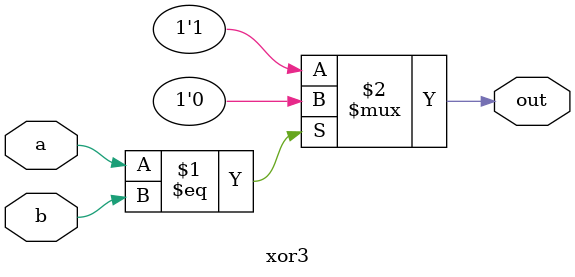
<source format=v>
module xor3 (
  input a,
  input b,
  output out
);

  assign out = (a == b) ? 1'b0 : 1'b1; // Check if bits are equal

endmodule
</source>
